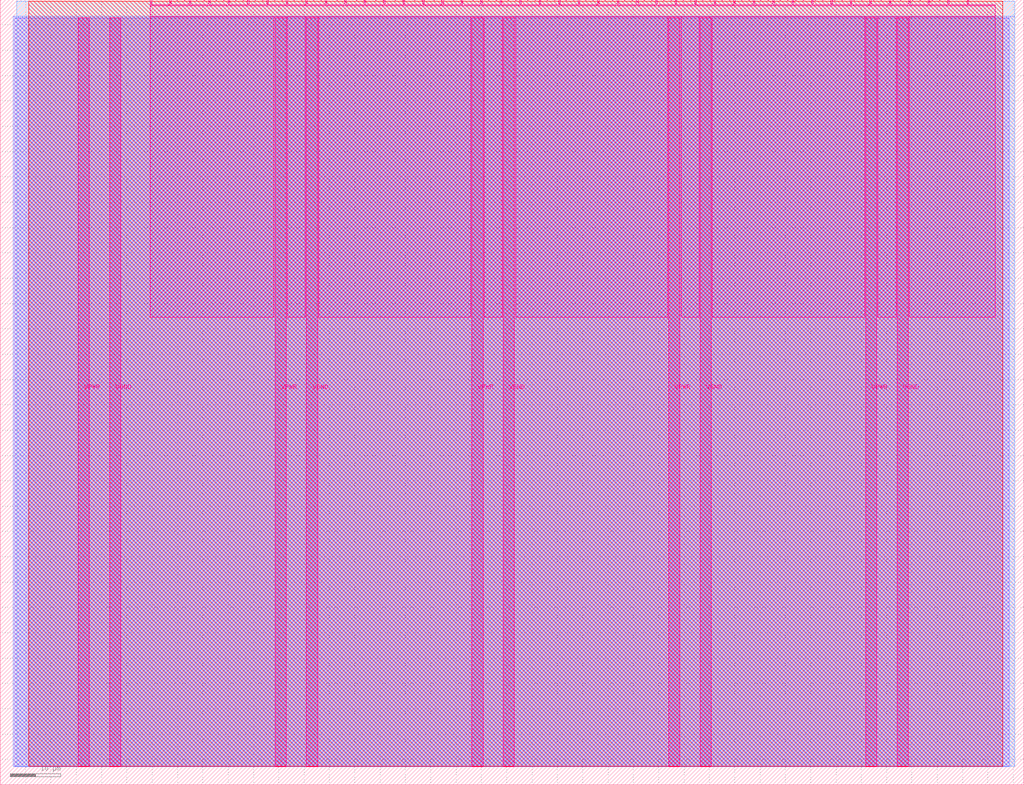
<source format=lef>
VERSION 5.7 ;
  NOWIREEXTENSIONATPIN ON ;
  DIVIDERCHAR "/" ;
  BUSBITCHARS "[]" ;
MACRO tt_um_faramire_stopwatch
  CLASS BLOCK ;
  FOREIGN tt_um_faramire_stopwatch ;
  ORIGIN 0.000 0.000 ;
  SIZE 202.080 BY 154.980 ;
  PIN VGND
    DIRECTION INOUT ;
    USE GROUND ;
    PORT
      LAYER Metal5 ;
        RECT 21.580 3.560 23.780 151.420 ;
    END
    PORT
      LAYER Metal5 ;
        RECT 60.450 3.560 62.650 151.420 ;
    END
    PORT
      LAYER Metal5 ;
        RECT 99.320 3.560 101.520 151.420 ;
    END
    PORT
      LAYER Metal5 ;
        RECT 138.190 3.560 140.390 151.420 ;
    END
    PORT
      LAYER Metal5 ;
        RECT 177.060 3.560 179.260 151.420 ;
    END
  END VGND
  PIN VPWR
    DIRECTION INOUT ;
    USE POWER ;
    PORT
      LAYER Metal5 ;
        RECT 15.380 3.560 17.580 151.420 ;
    END
    PORT
      LAYER Metal5 ;
        RECT 54.250 3.560 56.450 151.420 ;
    END
    PORT
      LAYER Metal5 ;
        RECT 93.120 3.560 95.320 151.420 ;
    END
    PORT
      LAYER Metal5 ;
        RECT 131.990 3.560 134.190 151.420 ;
    END
    PORT
      LAYER Metal5 ;
        RECT 170.860 3.560 173.060 151.420 ;
    END
  END VPWR
  PIN clk
    DIRECTION INPUT ;
    USE SIGNAL ;
    ANTENNAGATEAREA 0.213200 ;
    PORT
      LAYER Metal5 ;
        RECT 187.050 153.980 187.350 154.980 ;
    END
  END clk
  PIN ena
    DIRECTION INPUT ;
    USE SIGNAL ;
    PORT
      LAYER Metal5 ;
        RECT 190.890 153.980 191.190 154.980 ;
    END
  END ena
  PIN rst_n
    DIRECTION INPUT ;
    USE SIGNAL ;
    ANTENNAGATEAREA 0.213200 ;
    PORT
      LAYER Metal5 ;
        RECT 183.210 153.980 183.510 154.980 ;
    END
  END rst_n
  PIN ui_in[0]
    DIRECTION INPUT ;
    USE SIGNAL ;
    ANTENNAGATEAREA 0.180700 ;
    PORT
      LAYER Metal5 ;
        RECT 179.370 153.980 179.670 154.980 ;
    END
  END ui_in[0]
  PIN ui_in[1]
    DIRECTION INPUT ;
    USE SIGNAL ;
    ANTENNAGATEAREA 0.180700 ;
    PORT
      LAYER Metal5 ;
        RECT 175.530 153.980 175.830 154.980 ;
    END
  END ui_in[1]
  PIN ui_in[2]
    DIRECTION INPUT ;
    USE SIGNAL ;
    ANTENNAGATEAREA 0.180700 ;
    PORT
      LAYER Metal5 ;
        RECT 171.690 153.980 171.990 154.980 ;
    END
  END ui_in[2]
  PIN ui_in[3]
    DIRECTION INPUT ;
    USE SIGNAL ;
    ANTENNAGATEAREA 0.180700 ;
    PORT
      LAYER Metal5 ;
        RECT 167.850 153.980 168.150 154.980 ;
    END
  END ui_in[3]
  PIN ui_in[4]
    DIRECTION INPUT ;
    USE SIGNAL ;
    PORT
      LAYER Metal5 ;
        RECT 164.010 153.980 164.310 154.980 ;
    END
  END ui_in[4]
  PIN ui_in[5]
    DIRECTION INPUT ;
    USE SIGNAL ;
    PORT
      LAYER Metal5 ;
        RECT 160.170 153.980 160.470 154.980 ;
    END
  END ui_in[5]
  PIN ui_in[6]
    DIRECTION INPUT ;
    USE SIGNAL ;
    PORT
      LAYER Metal5 ;
        RECT 156.330 153.980 156.630 154.980 ;
    END
  END ui_in[6]
  PIN ui_in[7]
    DIRECTION INPUT ;
    USE SIGNAL ;
    PORT
      LAYER Metal5 ;
        RECT 152.490 153.980 152.790 154.980 ;
    END
  END ui_in[7]
  PIN uio_in[0]
    DIRECTION INPUT ;
    USE SIGNAL ;
    PORT
      LAYER Metal5 ;
        RECT 148.650 153.980 148.950 154.980 ;
    END
  END uio_in[0]
  PIN uio_in[1]
    DIRECTION INPUT ;
    USE SIGNAL ;
    PORT
      LAYER Metal5 ;
        RECT 144.810 153.980 145.110 154.980 ;
    END
  END uio_in[1]
  PIN uio_in[2]
    DIRECTION INPUT ;
    USE SIGNAL ;
    PORT
      LAYER Metal5 ;
        RECT 140.970 153.980 141.270 154.980 ;
    END
  END uio_in[2]
  PIN uio_in[3]
    DIRECTION INPUT ;
    USE SIGNAL ;
    PORT
      LAYER Metal5 ;
        RECT 137.130 153.980 137.430 154.980 ;
    END
  END uio_in[3]
  PIN uio_in[4]
    DIRECTION INPUT ;
    USE SIGNAL ;
    PORT
      LAYER Metal5 ;
        RECT 133.290 153.980 133.590 154.980 ;
    END
  END uio_in[4]
  PIN uio_in[5]
    DIRECTION INPUT ;
    USE SIGNAL ;
    PORT
      LAYER Metal5 ;
        RECT 129.450 153.980 129.750 154.980 ;
    END
  END uio_in[5]
  PIN uio_in[6]
    DIRECTION INPUT ;
    USE SIGNAL ;
    PORT
      LAYER Metal5 ;
        RECT 125.610 153.980 125.910 154.980 ;
    END
  END uio_in[6]
  PIN uio_in[7]
    DIRECTION INPUT ;
    USE SIGNAL ;
    PORT
      LAYER Metal5 ;
        RECT 121.770 153.980 122.070 154.980 ;
    END
  END uio_in[7]
  PIN uio_oe[0]
    DIRECTION OUTPUT ;
    USE SIGNAL ;
    ANTENNADIFFAREA 0.299200 ;
    PORT
      LAYER Metal5 ;
        RECT 56.490 153.980 56.790 154.980 ;
    END
  END uio_oe[0]
  PIN uio_oe[1]
    DIRECTION OUTPUT ;
    USE SIGNAL ;
    ANTENNADIFFAREA 0.299200 ;
    PORT
      LAYER Metal5 ;
        RECT 52.650 153.980 52.950 154.980 ;
    END
  END uio_oe[1]
  PIN uio_oe[2]
    DIRECTION OUTPUT ;
    USE SIGNAL ;
    ANTENNADIFFAREA 0.299200 ;
    PORT
      LAYER Metal5 ;
        RECT 48.810 153.980 49.110 154.980 ;
    END
  END uio_oe[2]
  PIN uio_oe[3]
    DIRECTION OUTPUT ;
    USE SIGNAL ;
    ANTENNADIFFAREA 0.299200 ;
    PORT
      LAYER Metal5 ;
        RECT 44.970 153.980 45.270 154.980 ;
    END
  END uio_oe[3]
  PIN uio_oe[4]
    DIRECTION OUTPUT ;
    USE SIGNAL ;
    ANTENNADIFFAREA 0.299200 ;
    PORT
      LAYER Metal5 ;
        RECT 41.130 153.980 41.430 154.980 ;
    END
  END uio_oe[4]
  PIN uio_oe[5]
    DIRECTION OUTPUT ;
    USE SIGNAL ;
    ANTENNADIFFAREA 0.299200 ;
    PORT
      LAYER Metal5 ;
        RECT 37.290 153.980 37.590 154.980 ;
    END
  END uio_oe[5]
  PIN uio_oe[6]
    DIRECTION OUTPUT ;
    USE SIGNAL ;
    ANTENNADIFFAREA 0.299200 ;
    PORT
      LAYER Metal5 ;
        RECT 33.450 153.980 33.750 154.980 ;
    END
  END uio_oe[6]
  PIN uio_oe[7]
    DIRECTION OUTPUT ;
    USE SIGNAL ;
    ANTENNADIFFAREA 0.299200 ;
    PORT
      LAYER Metal5 ;
        RECT 29.610 153.980 29.910 154.980 ;
    END
  END uio_oe[7]
  PIN uio_out[0]
    DIRECTION OUTPUT ;
    USE SIGNAL ;
    ANTENNADIFFAREA 0.299200 ;
    PORT
      LAYER Metal5 ;
        RECT 87.210 153.980 87.510 154.980 ;
    END
  END uio_out[0]
  PIN uio_out[1]
    DIRECTION OUTPUT ;
    USE SIGNAL ;
    ANTENNADIFFAREA 0.299200 ;
    PORT
      LAYER Metal5 ;
        RECT 83.370 153.980 83.670 154.980 ;
    END
  END uio_out[1]
  PIN uio_out[2]
    DIRECTION OUTPUT ;
    USE SIGNAL ;
    ANTENNADIFFAREA 0.299200 ;
    PORT
      LAYER Metal5 ;
        RECT 79.530 153.980 79.830 154.980 ;
    END
  END uio_out[2]
  PIN uio_out[3]
    DIRECTION OUTPUT ;
    USE SIGNAL ;
    ANTENNADIFFAREA 0.299200 ;
    PORT
      LAYER Metal5 ;
        RECT 75.690 153.980 75.990 154.980 ;
    END
  END uio_out[3]
  PIN uio_out[4]
    DIRECTION OUTPUT ;
    USE SIGNAL ;
    ANTENNADIFFAREA 0.299200 ;
    PORT
      LAYER Metal5 ;
        RECT 71.850 153.980 72.150 154.980 ;
    END
  END uio_out[4]
  PIN uio_out[5]
    DIRECTION OUTPUT ;
    USE SIGNAL ;
    ANTENNADIFFAREA 0.299200 ;
    PORT
      LAYER Metal5 ;
        RECT 68.010 153.980 68.310 154.980 ;
    END
  END uio_out[5]
  PIN uio_out[6]
    DIRECTION OUTPUT ;
    USE SIGNAL ;
    ANTENNADIFFAREA 0.299200 ;
    PORT
      LAYER Metal5 ;
        RECT 64.170 153.980 64.470 154.980 ;
    END
  END uio_out[6]
  PIN uio_out[7]
    DIRECTION OUTPUT ;
    USE SIGNAL ;
    ANTENNADIFFAREA 0.299200 ;
    PORT
      LAYER Metal5 ;
        RECT 60.330 153.980 60.630 154.980 ;
    END
  END uio_out[7]
  PIN uo_out[0]
    DIRECTION OUTPUT ;
    USE SIGNAL ;
    ANTENNADIFFAREA 0.654800 ;
    PORT
      LAYER Metal5 ;
        RECT 117.930 153.980 118.230 154.980 ;
    END
  END uo_out[0]
  PIN uo_out[1]
    DIRECTION OUTPUT ;
    USE SIGNAL ;
    ANTENNADIFFAREA 0.654800 ;
    PORT
      LAYER Metal5 ;
        RECT 114.090 153.980 114.390 154.980 ;
    END
  END uo_out[1]
  PIN uo_out[2]
    DIRECTION OUTPUT ;
    USE SIGNAL ;
    ANTENNADIFFAREA 0.654800 ;
    PORT
      LAYER Metal5 ;
        RECT 110.250 153.980 110.550 154.980 ;
    END
  END uo_out[2]
  PIN uo_out[3]
    DIRECTION OUTPUT ;
    USE SIGNAL ;
    ANTENNADIFFAREA 0.654800 ;
    PORT
      LAYER Metal5 ;
        RECT 106.410 153.980 106.710 154.980 ;
    END
  END uo_out[3]
  PIN uo_out[4]
    DIRECTION OUTPUT ;
    USE SIGNAL ;
    ANTENNADIFFAREA 0.654800 ;
    PORT
      LAYER Metal5 ;
        RECT 102.570 153.980 102.870 154.980 ;
    END
  END uo_out[4]
  PIN uo_out[5]
    DIRECTION OUTPUT ;
    USE SIGNAL ;
    ANTENNADIFFAREA 0.299200 ;
    PORT
      LAYER Metal5 ;
        RECT 98.730 153.980 99.030 154.980 ;
    END
  END uo_out[5]
  PIN uo_out[6]
    DIRECTION OUTPUT ;
    USE SIGNAL ;
    ANTENNADIFFAREA 0.299200 ;
    PORT
      LAYER Metal5 ;
        RECT 94.890 153.980 95.190 154.980 ;
    END
  END uo_out[6]
  PIN uo_out[7]
    DIRECTION OUTPUT ;
    USE SIGNAL ;
    ANTENNADIFFAREA 0.299200 ;
    PORT
      LAYER Metal5 ;
        RECT 91.050 153.980 91.350 154.980 ;
    END
  END uo_out[7]
  OBS
      LAYER GatPoly ;
        RECT 2.880 3.630 199.200 151.350 ;
      LAYER Metal1 ;
        RECT 2.880 3.560 199.200 151.420 ;
      LAYER Metal2 ;
        RECT 2.605 3.680 200.305 151.720 ;
      LAYER Metal3 ;
        RECT 3.260 3.635 200.260 154.705 ;
      LAYER Metal4 ;
        RECT 5.615 3.680 197.905 154.660 ;
      LAYER Metal5 ;
        RECT 30.120 153.770 33.240 153.980 ;
        RECT 33.960 153.770 37.080 153.980 ;
        RECT 37.800 153.770 40.920 153.980 ;
        RECT 41.640 153.770 44.760 153.980 ;
        RECT 45.480 153.770 48.600 153.980 ;
        RECT 49.320 153.770 52.440 153.980 ;
        RECT 53.160 153.770 56.280 153.980 ;
        RECT 57.000 153.770 60.120 153.980 ;
        RECT 60.840 153.770 63.960 153.980 ;
        RECT 64.680 153.770 67.800 153.980 ;
        RECT 68.520 153.770 71.640 153.980 ;
        RECT 72.360 153.770 75.480 153.980 ;
        RECT 76.200 153.770 79.320 153.980 ;
        RECT 80.040 153.770 83.160 153.980 ;
        RECT 83.880 153.770 87.000 153.980 ;
        RECT 87.720 153.770 90.840 153.980 ;
        RECT 91.560 153.770 94.680 153.980 ;
        RECT 95.400 153.770 98.520 153.980 ;
        RECT 99.240 153.770 102.360 153.980 ;
        RECT 103.080 153.770 106.200 153.980 ;
        RECT 106.920 153.770 110.040 153.980 ;
        RECT 110.760 153.770 113.880 153.980 ;
        RECT 114.600 153.770 117.720 153.980 ;
        RECT 118.440 153.770 121.560 153.980 ;
        RECT 122.280 153.770 125.400 153.980 ;
        RECT 126.120 153.770 129.240 153.980 ;
        RECT 129.960 153.770 133.080 153.980 ;
        RECT 133.800 153.770 136.920 153.980 ;
        RECT 137.640 153.770 140.760 153.980 ;
        RECT 141.480 153.770 144.600 153.980 ;
        RECT 145.320 153.770 148.440 153.980 ;
        RECT 149.160 153.770 152.280 153.980 ;
        RECT 153.000 153.770 156.120 153.980 ;
        RECT 156.840 153.770 159.960 153.980 ;
        RECT 160.680 153.770 163.800 153.980 ;
        RECT 164.520 153.770 167.640 153.980 ;
        RECT 168.360 153.770 171.480 153.980 ;
        RECT 172.200 153.770 175.320 153.980 ;
        RECT 176.040 153.770 179.160 153.980 ;
        RECT 179.880 153.770 183.000 153.980 ;
        RECT 183.720 153.770 186.840 153.980 ;
        RECT 187.560 153.770 190.680 153.980 ;
        RECT 191.400 153.770 196.420 153.980 ;
        RECT 29.660 151.630 196.420 153.770 ;
        RECT 29.660 92.255 54.040 151.630 ;
        RECT 56.660 92.255 60.240 151.630 ;
        RECT 62.860 92.255 92.910 151.630 ;
        RECT 95.530 92.255 99.110 151.630 ;
        RECT 101.730 92.255 131.780 151.630 ;
        RECT 134.400 92.255 137.980 151.630 ;
        RECT 140.600 92.255 170.650 151.630 ;
        RECT 173.270 92.255 176.850 151.630 ;
        RECT 179.470 92.255 196.420 151.630 ;
  END
END tt_um_faramire_stopwatch
END LIBRARY


</source>
